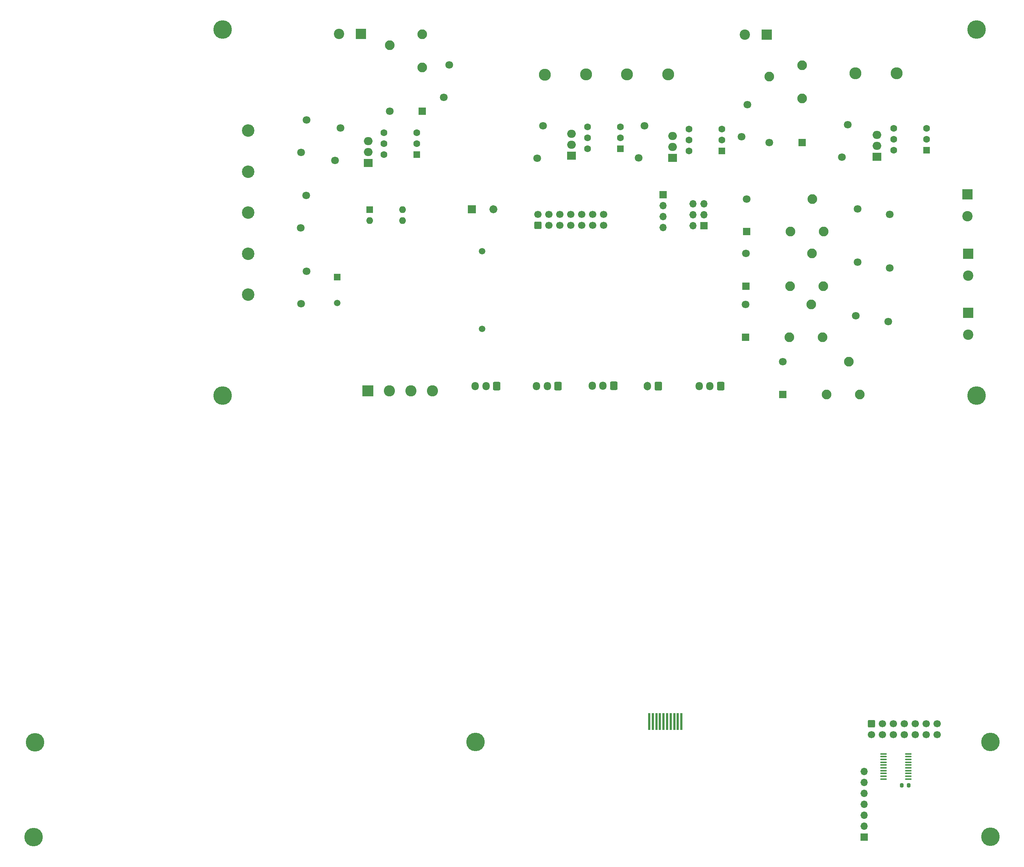
<source format=gbr>
%TF.GenerationSoftware,KiCad,Pcbnew,(6.0.2)*%
%TF.CreationDate,2022-02-22T17:41:07+03:00*%
%TF.ProjectId,Steel_form_Dish_washer,53746565-6c5f-4666-9f72-6d5f44697368,rev?*%
%TF.SameCoordinates,Original*%
%TF.FileFunction,Soldermask,Bot*%
%TF.FilePolarity,Negative*%
%FSLAX46Y46*%
G04 Gerber Fmt 4.6, Leading zero omitted, Abs format (unit mm)*
G04 Created by KiCad (PCBNEW (6.0.2)) date 2022-02-22 17:41:07*
%MOMM*%
%LPD*%
G01*
G04 APERTURE LIST*
G04 Aperture macros list*
%AMRoundRect*
0 Rectangle with rounded corners*
0 $1 Rounding radius*
0 $2 $3 $4 $5 $6 $7 $8 $9 X,Y pos of 4 corners*
0 Add a 4 corners polygon primitive as box body*
4,1,4,$2,$3,$4,$5,$6,$7,$8,$9,$2,$3,0*
0 Add four circle primitives for the rounded corners*
1,1,$1+$1,$2,$3*
1,1,$1+$1,$4,$5*
1,1,$1+$1,$6,$7*
1,1,$1+$1,$8,$9*
0 Add four rect primitives between the rounded corners*
20,1,$1+$1,$2,$3,$4,$5,0*
20,1,$1+$1,$4,$5,$6,$7,0*
20,1,$1+$1,$6,$7,$8,$9,0*
20,1,$1+$1,$8,$9,$2,$3,0*%
G04 Aperture macros list end*
%ADD10C,4.300000*%
%ADD11R,2.400000X2.400000*%
%ADD12C,2.400000*%
%ADD13C,1.800000*%
%ADD14R,1.800000X1.800000*%
%ADD15C,2.250000*%
%ADD16R,1.700000X1.700000*%
%ADD17O,1.700000X1.700000*%
%ADD18R,1.600000X1.600000*%
%ADD19C,1.600000*%
%ADD20RoundRect,0.250000X0.600000X-0.600000X0.600000X0.600000X-0.600000X0.600000X-0.600000X-0.600000X0*%
%ADD21C,1.700000*%
%ADD22C,2.895000*%
%ADD23RoundRect,0.250000X0.600000X0.750000X-0.600000X0.750000X-0.600000X-0.750000X0.600000X-0.750000X0*%
%ADD24O,1.700000X2.000000*%
%ADD25R,2.000000X1.905000*%
%ADD26O,2.000000X1.905000*%
%ADD27RoundRect,0.250000X0.600000X0.725000X-0.600000X0.725000X-0.600000X-0.725000X0.600000X-0.725000X0*%
%ADD28O,1.700000X1.950000*%
%ADD29C,2.781000*%
%ADD30R,1.500000X1.500000*%
%ADD31C,1.500000*%
%ADD32R,1.850000X1.850000*%
%ADD33C,1.850000*%
%ADD34O,1.600000X1.600000*%
%ADD35R,2.600000X2.600000*%
%ADD36C,2.600000*%
%ADD37RoundRect,0.200000X0.200000X0.275000X-0.200000X0.275000X-0.200000X-0.275000X0.200000X-0.275000X0*%
%ADD38RoundRect,0.250000X-0.600000X0.600000X-0.600000X-0.600000X0.600000X-0.600000X0.600000X0.600000X0*%
%ADD39RoundRect,0.100000X0.637500X0.100000X-0.637500X0.100000X-0.637500X-0.100000X0.637500X-0.100000X0*%
%ADD40R,0.500000X4.000000*%
G04 APERTURE END LIST*
D10*
%TO.C,H8*%
X84200000Y-228250000D03*
%TD*%
D11*
%TO.C,J9*%
X300550000Y-100965000D03*
D12*
X300550000Y-106045000D03*
%TD*%
D10*
%TO.C,H9*%
X186400000Y-228150000D03*
%TD*%
D13*
%TO.C,RV10*%
X180350000Y-70925000D03*
X179050000Y-78425000D03*
%TD*%
D14*
%TO.C,K2*%
X249172500Y-122330000D03*
D13*
X249172500Y-114730000D03*
D15*
X259372500Y-122330000D03*
X267072500Y-122330000D03*
X264472500Y-114730000D03*
%TD*%
D13*
%TO.C,RV5*%
X282520000Y-118050000D03*
X275020000Y-116750000D03*
%TD*%
D16*
%TO.C,J7*%
X229955000Y-101040000D03*
D17*
X229955000Y-103580000D03*
X229955000Y-106120000D03*
X229955000Y-108660000D03*
%TD*%
D11*
%TO.C,J16*%
X159785000Y-63700000D03*
D12*
X154705000Y-63700000D03*
%TD*%
D13*
%TO.C,RV2*%
X145850000Y-108750000D03*
X147150000Y-101250000D03*
%TD*%
D18*
%TO.C,U8*%
X220010000Y-90365000D03*
D19*
X220010000Y-87825000D03*
X220010000Y-85285000D03*
X212390000Y-85285000D03*
X212390000Y-87825000D03*
X212390000Y-90365000D03*
%TD*%
D14*
%TO.C,K6*%
X262150000Y-88937500D03*
D13*
X254550000Y-88937500D03*
D15*
X262150000Y-78737500D03*
X262150000Y-71037500D03*
X254550000Y-73637500D03*
%TD*%
D13*
%TO.C,RV7*%
X224300000Y-92550000D03*
X225600000Y-85050000D03*
%TD*%
D20*
%TO.C,J5*%
X200880000Y-108202500D03*
D21*
X200880000Y-105662500D03*
X203420000Y-108202500D03*
X203420000Y-105662500D03*
X205960000Y-108202500D03*
X205960000Y-105662500D03*
X208500000Y-108202500D03*
X208500000Y-105662500D03*
X211040000Y-108202500D03*
X211040000Y-105662500D03*
X213580000Y-108202500D03*
X213580000Y-105662500D03*
X216120000Y-108202500D03*
X216120000Y-105662500D03*
%TD*%
D22*
%TO.C,J3*%
X133700000Y-86190000D03*
X133700000Y-95720000D03*
X133700000Y-105250000D03*
X133700000Y-114780000D03*
X133700000Y-124310000D03*
%TD*%
D11*
%TO.C,J10*%
X300700000Y-128500000D03*
D12*
X300700000Y-133580000D03*
%TD*%
D23*
%TO.C,J4*%
X228800000Y-145517500D03*
D24*
X226300000Y-145517500D03*
%TD*%
D14*
%TO.C,K5*%
X174075000Y-81687500D03*
D13*
X166475000Y-81687500D03*
D15*
X174075000Y-71487500D03*
X174075000Y-63787500D03*
X166475000Y-66387500D03*
%TD*%
D13*
%TO.C,RV6*%
X282170000Y-130500000D03*
X274670000Y-129200000D03*
%TD*%
%TO.C,RV11*%
X249450000Y-80150000D03*
X248150000Y-87650000D03*
%TD*%
D25*
%TO.C,D4*%
X232100000Y-92490000D03*
D26*
X232100000Y-89950000D03*
X232100000Y-87410000D03*
%TD*%
D13*
%TO.C,RV8*%
X153775000Y-93090000D03*
X155075000Y-85590000D03*
%TD*%
D14*
%TO.C,K1*%
X249282500Y-109660000D03*
D13*
X249282500Y-102060000D03*
D15*
X259482500Y-109660000D03*
X267182500Y-109660000D03*
X264582500Y-102060000D03*
%TD*%
D10*
%TO.C,H6*%
X305900000Y-228150000D03*
%TD*%
D13*
%TO.C,RV1*%
X147200000Y-83750000D03*
X145900000Y-91250000D03*
%TD*%
D27*
%TO.C,J14*%
X218500000Y-145400000D03*
D28*
X216000000Y-145400000D03*
X213500000Y-145400000D03*
%TD*%
D14*
%TO.C,K4*%
X257700000Y-147450000D03*
D13*
X257700000Y-139850000D03*
D15*
X267900000Y-147450000D03*
X275600000Y-147450000D03*
X273000000Y-139850000D03*
%TD*%
D18*
%TO.C,U6*%
X243560000Y-90925000D03*
D19*
X243560000Y-88385000D03*
X243560000Y-85845000D03*
X235940000Y-85845000D03*
X235940000Y-88385000D03*
X235940000Y-90925000D03*
%TD*%
D29*
%TO.C,J17*%
X284111500Y-72868000D03*
X274586500Y-72868000D03*
%TD*%
D25*
%TO.C,D5*%
X161495000Y-93720000D03*
D26*
X161495000Y-91180000D03*
X161495000Y-88640000D03*
%TD*%
D18*
%TO.C,U11*%
X291020000Y-90780000D03*
D19*
X291020000Y-88240000D03*
X291020000Y-85700000D03*
X283400000Y-85700000D03*
X283400000Y-88240000D03*
X283400000Y-90780000D03*
%TD*%
D10*
%TO.C,H3*%
X302700000Y-62750000D03*
%TD*%
D13*
%TO.C,RV12*%
X271450000Y-92350000D03*
X272750000Y-84850000D03*
%TD*%
D16*
%TO.C,J6*%
X239425000Y-108275000D03*
D17*
X236885000Y-108275000D03*
X239425000Y-105735000D03*
X236885000Y-105735000D03*
X239425000Y-103195000D03*
X236885000Y-103195000D03*
%TD*%
D18*
%TO.C,U7*%
X172810000Y-91765000D03*
D19*
X172810000Y-89225000D03*
X172810000Y-86685000D03*
X165190000Y-86685000D03*
X165190000Y-89225000D03*
X165190000Y-91765000D03*
%TD*%
D30*
%TO.C,PS1*%
X154362500Y-120230000D03*
D31*
X154362500Y-126230000D03*
X187962500Y-114230000D03*
X187962500Y-132230000D03*
%TD*%
D14*
%TO.C,K3*%
X249032500Y-134170000D03*
D13*
X249032500Y-126570000D03*
D15*
X259232500Y-134170000D03*
X266932500Y-134170000D03*
X264332500Y-126570000D03*
%TD*%
D10*
%TO.C,H4*%
X127700000Y-147750000D03*
%TD*%
D11*
%TO.C,J11*%
X300700000Y-114815000D03*
D12*
X300700000Y-119895000D03*
%TD*%
D10*
%TO.C,H2*%
X302700000Y-147750000D03*
%TD*%
%TO.C,H1*%
X127700000Y-62750000D03*
%TD*%
D27*
%TO.C,J1*%
X243300000Y-145517500D03*
D28*
X240800000Y-145517500D03*
X238300000Y-145517500D03*
%TD*%
D29*
%TO.C,J12*%
X231099000Y-73166500D03*
X221574000Y-73166500D03*
X212049000Y-73166500D03*
X202524000Y-73191500D03*
%TD*%
D27*
%TO.C,J13*%
X191350000Y-145517500D03*
D28*
X188850000Y-145517500D03*
X186350000Y-145517500D03*
%TD*%
D13*
%TO.C,RV4*%
X282520000Y-105650000D03*
X275020000Y-104350000D03*
%TD*%
D10*
%TO.C,H5*%
X83900000Y-250250000D03*
%TD*%
D32*
%TO.C,BZ1*%
X185550000Y-104450000D03*
D33*
X190550000Y-104450000D03*
%TD*%
D25*
%TO.C,D9*%
X279510000Y-92305000D03*
D26*
X279510000Y-89765000D03*
X279510000Y-87225000D03*
%TD*%
D13*
%TO.C,RV3*%
X147250000Y-118850000D03*
X145950000Y-126350000D03*
%TD*%
D27*
%TO.C,J2*%
X205550000Y-145517500D03*
D28*
X203050000Y-145517500D03*
X200550000Y-145517500D03*
%TD*%
D13*
%TO.C,RV9*%
X200750000Y-92600000D03*
X202050000Y-85100000D03*
%TD*%
D18*
%TO.C,U5*%
X161900000Y-104500000D03*
D34*
X161900000Y-107040000D03*
X169520000Y-107040000D03*
X169520000Y-104500000D03*
%TD*%
D10*
%TO.C,H7*%
X305900000Y-250150000D03*
%TD*%
D25*
%TO.C,D6*%
X208650000Y-92010000D03*
D26*
X208650000Y-89470000D03*
X208650000Y-86930000D03*
%TD*%
D11*
%TO.C,J15*%
X253985000Y-63900000D03*
D12*
X248905000Y-63900000D03*
%TD*%
D35*
%TO.C,J8*%
X161400000Y-146650000D03*
D36*
X166400000Y-146650000D03*
X171400000Y-146650000D03*
X176400000Y-146650000D03*
%TD*%
D16*
%TO.C,J19*%
X276600000Y-250250000D03*
D17*
X276600000Y-247710000D03*
X276600000Y-245170000D03*
X276600000Y-242630000D03*
X276600000Y-240090000D03*
X276600000Y-237550000D03*
X276600000Y-235010000D03*
%TD*%
D37*
%TO.C,R44*%
X286950000Y-238200000D03*
X285300000Y-238200000D03*
%TD*%
D38*
%TO.C,J18*%
X278300000Y-223950000D03*
D21*
X278300000Y-226490000D03*
X280840000Y-223950000D03*
X280840000Y-226490000D03*
X283380000Y-223950000D03*
X283380000Y-226490000D03*
X285920000Y-223950000D03*
X285920000Y-226490000D03*
X288460000Y-223950000D03*
X288460000Y-226490000D03*
X291000000Y-223950000D03*
X291000000Y-226490000D03*
X293540000Y-223950000D03*
X293540000Y-226490000D03*
%TD*%
D39*
%TO.C,U12*%
X286812500Y-230925000D03*
X286812500Y-231575000D03*
X286812500Y-232225000D03*
X286812500Y-232875000D03*
X286812500Y-233525000D03*
X286812500Y-234175000D03*
X286812500Y-234825000D03*
X286812500Y-235475000D03*
X286812500Y-236125000D03*
X286812500Y-236775000D03*
X281087500Y-236775000D03*
X281087500Y-236125000D03*
X281087500Y-235475000D03*
X281087500Y-234825000D03*
X281087500Y-234175000D03*
X281087500Y-233525000D03*
X281087500Y-232875000D03*
X281087500Y-232225000D03*
X281087500Y-231575000D03*
X281087500Y-230925000D03*
%TD*%
D40*
%TO.C,J20*%
X234175000Y-223375000D03*
X233345000Y-223375000D03*
X232515000Y-223375000D03*
X231685000Y-223375000D03*
X230855000Y-223375000D03*
X230025000Y-223375000D03*
X229195000Y-223375000D03*
X228365000Y-223375000D03*
X227535000Y-223375000D03*
X226705000Y-223375000D03*
%TD*%
M02*

</source>
